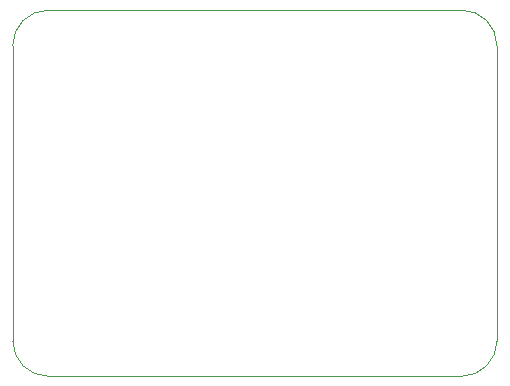
<source format=gbr>
%TF.GenerationSoftware,KiCad,Pcbnew,(6.0.8)*%
%TF.CreationDate,2022-10-24T22:06:31+02:00*%
%TF.ProjectId,stm32,73746d33-322e-46b6-9963-61645f706362,rev?*%
%TF.SameCoordinates,Original*%
%TF.FileFunction,Profile,NP*%
%FSLAX46Y46*%
G04 Gerber Fmt 4.6, Leading zero omitted, Abs format (unit mm)*
G04 Created by KiCad (PCBNEW (6.0.8)) date 2022-10-24 22:06:31*
%MOMM*%
%LPD*%
G01*
G04 APERTURE LIST*
%TA.AperFunction,Profile*%
%ADD10C,0.100000*%
%TD*%
G04 APERTURE END LIST*
D10*
X169200000Y-108700000D02*
X169200000Y-83700000D01*
X128200000Y-108700000D02*
X128200000Y-83700000D01*
X166200000Y-80700000D02*
X131200000Y-80700000D01*
X166200000Y-111700000D02*
X131200000Y-111700000D01*
X128200000Y-108700000D02*
G75*
G03*
X131200000Y-111700000I3000000J0D01*
G01*
X131200000Y-80700000D02*
G75*
G03*
X128200000Y-83700000I0J-3000000D01*
G01*
X166200000Y-111700000D02*
G75*
G03*
X169200000Y-108700000I0J3000000D01*
G01*
X169200000Y-83700000D02*
G75*
G03*
X166200000Y-80700000I-3000000J0D01*
G01*
M02*

</source>
